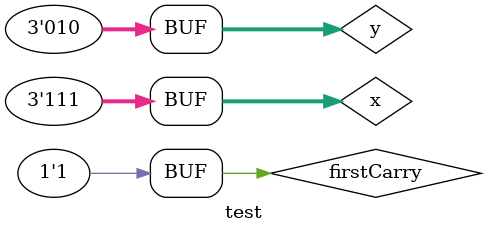
<source format=v>


   module fullAdder( output s,
	                  output nextCarry,
	                  input x,
							input y,
							input firstCarry);
	
	// Descrever por portas
	
	wire s1,s2,s3,ny,nextCarry;
	
	not not1 (ny,y);
	xor xor1 (s1,x,ny);
	xor xor2 (s,s1,firstCarry);
	and and1 (s2,x,ny);
	and and2 (s3,s1,firstCarry);
	or  or1  (nextCarry,s2,s3);
	
	endmodule // fullAdder

// **************************

	module Questao2(output [2:0] s,
	                output nextCarry,
						 input [2:0] x,
						 input [2:0] y,
						 input firstCarry);

	wire a;
	wire b;
	
   fullAdder gate1(s[0],a,x[0],y[0],firstCarry);
	
	fullAdder gate2(s[1],b,x[1],y[1],a);
	
	fullAdder gate3(s[2],nextCarry,x[2],y[2],b);
	
   endmodule // Questao1
	
// **************************
// Definir dados
// **************************

   module test;
	
	reg  [2:0] x;
	reg  [2:0] y;
	reg  firstCarry;
	wire [2:0] s;
	wire nextCarry;

   Questao2 modulo(s,nextCarry,x,y,firstCarry);

// **************************
// Parte principal
// **************************

   initial begin:start
	

	   $display("Exemplo0022 - Isabel Bicalho Amaro - 451580");
		$display("Test ALU's full adder\n");
		
   // projetar testes do somador complete

   #1 x = 3'b000;  y = 3'b000;  firstCarry = 1;
	
	   $monitor("x = %3b  y = %3b  x-y = %3b",x,y,s);
		
   #1 x = 3'b010;  y = 3'b010;
   #1 x = 3'b100;  y = 3'b011;
   #1 x = 3'b111;  y = 3'b010;

	
	end
	
	endmodule // test
	
/*

    Exemplo0022 - Isabel Bicalho Amaro - 451580
    Test ALU's full adder
    
    x = 000  y = 000  x-y = 000
    x = 010  y = 010  x-y = 000
    x = 100  y = 011  x-y = 001
    x = 111  y = 010  x-y = 101

*/
</source>
